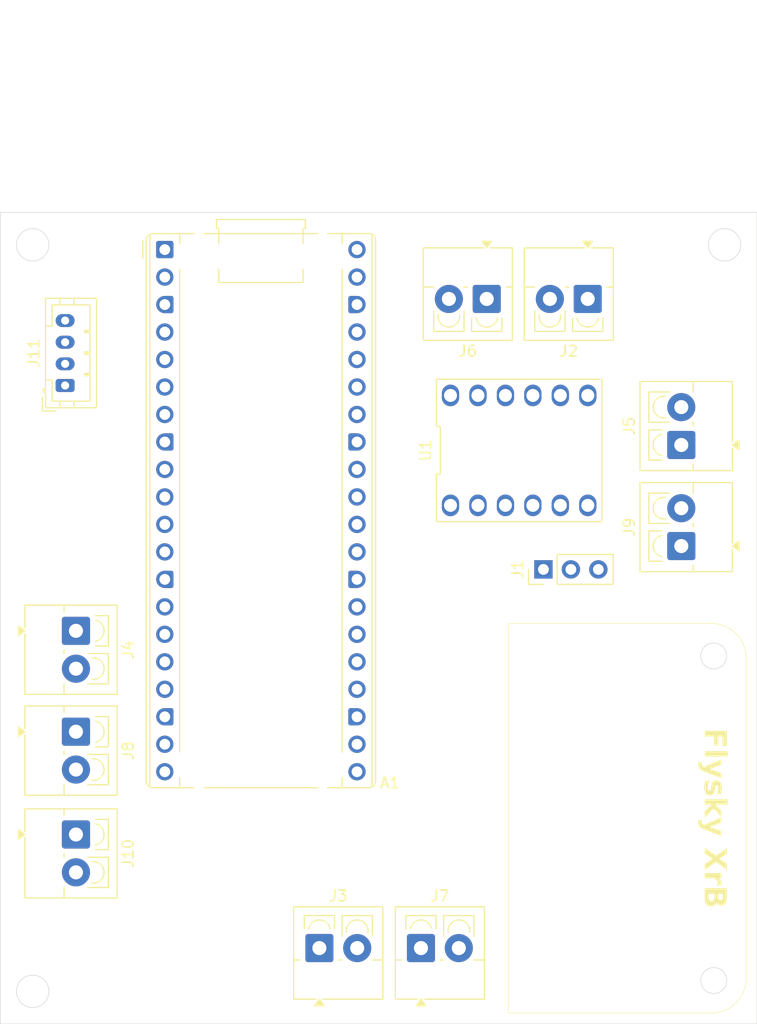
<source format=kicad_pcb>
(kicad_pcb (version 20241229) (generator "pcbnew") (generator_version "9.0")
  (layers (0 "F.Cu" signal) (2 "B.Cu" signal) (13 "F.Paste" user) (15 "B.Paste" user) (5 "F.SilkS" user "F.Silkscreen") (7 "B.SilkS" user "B.Silkscreen") (1 "F.Mask" user) (3 "B.Mask" user) (25 "Edge.Cuts" user))
  (net 0 "")
  (net 8 "SDA")
  (net 18 "SCL")
  (net 22 "GND")
  (net 23 "+5V")
  (net 24 "EPWM")
  (net 25 "NPWM")
  (net 26 "SPWM")
  (net 27 "WPWM")
  (net 28 "PPM")
  (net 29 "+3V3")
  (net 30 "NHALL5V")
  (net 31 "SHALL5V")
  (net 32 "EHALL5V")
  (net 33 "WHALL5V")
  (net 35 "NHALL3V3")
  (net 36 "SHALL3V3")
  (net 37 "EHALL3V3")
  (net 38 "WHALL3V3")
  (footprint "TerminalBlock_4Ucon:TerminalBlock_4Ucon_1x02_P3.50mm_Vertical" (layer "F.Cu") (at 145 98 180)
    (property "Reference" "J6" (at 1.75 -4.82 0) (layer "F.SilkS"))
    (property "Value" "North HALL")
    (fp_line (start 5.87 -3.82) (end 5.87 4.72) (stroke (width 0.12)) (layer "F.SilkS"))
    (fp_line (start 4.9 -3) (end 4.9 -1.099) (stroke (width 0.12)) (layer "F.SilkS"))
    (fp_line (start 4.899 1.1) (end 5.87 1.1) (stroke (width 0.12)) (layer "F.SilkS"))
    (fp_line (start 2.1 -3) (end 4.9 -3) (stroke (width 0.12)) (layer "F.SilkS"))
    (fp_line (start 2.1 -3) (end 2.1 -1.099) (stroke (width 0.12)) (layer "F.SilkS"))
    (fp_line (start 1.78 1.1) (end 2.101 1.1) (stroke (width 0.12)) (layer "F.SilkS"))
    (fp_line (start 1.4 -3) (end 1.4 -1.78) (stroke (width 0.12)) (layer "F.SilkS"))
    (fp_line (start 0.3 4.72) (end 5.87 4.72) (stroke (width 0.12)) (layer "F.SilkS"))
    (fp_line (start -1.4 -3) (end 1.4 -3) (stroke (width 0.12)) (layer "F.SilkS"))
    (fp_line (start -1.4 -3) (end -1.4 -1.78) (stroke (width 0.12)) (layer "F.SilkS"))
    (fp_line (start -2.37 4.72) (end -0.3 4.72) (stroke (width 0.12)) (layer "F.SilkS"))
    (fp_line (start -2.37 1.1) (end -1.78 1.1) (stroke (width 0.12)) (layer "F.SilkS"))
    (fp_line (start -2.37 -3.82) (end 5.87 -3.82) (stroke (width 0.12)) (layer "F.SilkS"))
    (fp_line (start -2.37 -3.82) (end -2.37 4.72) (stroke (width 0.12)) (layer "F.SilkS"))
    (fp_arc (start 2.508 -1.478) (mid 3.5 -2.6) (end 4.492 -1.478) (stroke (width 0.12)) (layer "F.SilkS"))
    (fp_arc (start -0.984 -1.78) (mid 0 -2.6) (end 0.984 -1.78) (stroke (width 0.12)) (layer "F.SilkS"))
    (fp_poly (pts (xy 0 4.72) (xy 0.44 5.33) (xy -0.44 5.33)) (stroke (width 0.12)) (fill yes) (layer "F.SilkS"))
    (pad "1" thru_hole roundrect (at 0 0 180) (size 2.6 2.6) (drill 1.3) (layers "*.Cu" "*.Mask") (roundrect_rratio 0.096154) (net 30 "NHALL5V"))
    (pad "2" thru_hole circle (at 3.5 0 180) (size 2.6 2.6) (drill 1.3) (layers "*.Cu" "*.Mask") (net 22 "GND"))
  )
  (footprint "TerminalBlock_4Ucon:TerminalBlock_4Ucon_1x02_P3.50mm_Vertical" (layer "F.Cu") (at 107 138 -90)
    (property "Reference" "J8" (at 1.75 -4.82 90) (layer "F.SilkS"))
    (property "Value" "East Hall")
    (fp_line (start -2.37 4.72) (end -0.3 4.72) (stroke (width 0.12)) (layer "F.SilkS"))
    (fp_line (start 0.3 4.72) (end 5.87 4.72) (stroke (width 0.12)) (layer "F.SilkS"))
    (fp_line (start -2.37 1.1) (end -1.78 1.1) (stroke (width 0.12)) (layer "F.SilkS"))
    (fp_line (start 1.78 1.1) (end 2.101 1.1) (stroke (width 0.12)) (layer "F.SilkS"))
    (fp_line (start 4.899 1.1) (end 5.87 1.1) (stroke (width 0.12)) (layer "F.SilkS"))
    (fp_line (start -1.4 -3) (end -1.4 -1.78) (stroke (width 0.12)) (layer "F.SilkS"))
    (fp_line (start -1.4 -3) (end 1.4 -3) (stroke (width 0.12)) (layer "F.SilkS"))
    (fp_line (start 1.4 -3) (end 1.4 -1.78) (stroke (width 0.12)) (layer "F.SilkS"))
    (fp_line (start 2.1 -3) (end 2.1 -1.099) (stroke (width 0.12)) (layer "F.SilkS"))
    (fp_line (start 2.1 -3) (end 4.9 -3) (stroke (width 0.12)) (layer "F.SilkS"))
    (fp_line (start 4.9 -3) (end 4.9 -1.099) (stroke (width 0.12)) (layer "F.SilkS"))
    (fp_line (start -2.37 -3.82) (end -2.37 4.72) (stroke (width 0.12)) (layer "F.SilkS"))
    (fp_line (start -2.37 -3.82) (end 5.87 -3.82) (stroke (width 0.12)) (layer "F.SilkS"))
    (fp_line (start 5.87 -3.82) (end 5.87 4.72) (stroke (width 0.12)) (layer "F.SilkS"))
    (fp_arc (start 2.508 -1.478) (mid 3.5 -2.6) (end 4.492 -1.478) (stroke (width 0.12)) (layer "F.SilkS"))
    (fp_arc (start -0.984 -1.78) (mid 0 -2.6) (end 0.984 -1.78) (stroke (width 0.12)) (layer "F.SilkS"))
    (fp_poly (pts (xy 0 4.72) (xy 0.44 5.33) (xy -0.44 5.33)) (stroke (width 0.12)) (fill yes) (layer "F.SilkS"))
    (pad "1" thru_hole roundrect (at 0 0 270) (size 2.6 2.6) (drill 1.3) (layers "*.Cu" "*.Mask") (roundrect_rratio 0.096154) (net 32 "EHALL5V"))
    (pad "2" thru_hole circle (at 3.5 0 270) (size 2.6 2.6) (drill 1.3) (layers "*.Cu" "*.Mask") (net 22 "GND"))
  )
  (footprint "TerminalBlock_4Ucon:TerminalBlock_4Ucon_1x02_P3.50mm_Vertical" (layer "F.Cu") (at 129.52 158)
    (property "Reference" "J3" (at 1.75 -4.82 0) (layer "F.SilkS"))
    (property "Value" "South PWM")
    (fp_line (start -2.37 -3.82) (end -2.37 4.72) (stroke (width 0.12)) (layer "F.SilkS"))
    (fp_line (start -2.37 -3.82) (end 5.87 -3.82) (stroke (width 0.12)) (layer "F.SilkS"))
    (fp_line (start -2.37 1.1) (end -1.78 1.1) (stroke (width 0.12)) (layer "F.SilkS"))
    (fp_line (start -2.37 4.72) (end -0.3 4.72) (stroke (width 0.12)) (layer "F.SilkS"))
    (fp_line (start -1.4 -3) (end -1.4 -1.78) (stroke (width 0.12)) (layer "F.SilkS"))
    (fp_line (start -1.4 -3) (end 1.4 -3) (stroke (width 0.12)) (layer "F.SilkS"))
    (fp_line (start 0.3 4.72) (end 5.87 4.72) (stroke (width 0.12)) (layer "F.SilkS"))
    (fp_line (start 1.4 -3) (end 1.4 -1.78) (stroke (width 0.12)) (layer "F.SilkS"))
    (fp_line (start 1.78 1.1) (end 2.101 1.1) (stroke (width 0.12)) (layer "F.SilkS"))
    (fp_line (start 2.1 -3) (end 2.1 -1.099) (stroke (width 0.12)) (layer "F.SilkS"))
    (fp_line (start 2.1 -3) (end 4.9 -3) (stroke (width 0.12)) (layer "F.SilkS"))
    (fp_line (start 4.899 1.1) (end 5.87 1.1) (stroke (width 0.12)) (layer "F.SilkS"))
    (fp_line (start 4.9 -3) (end 4.9 -1.099) (stroke (width 0.12)) (layer "F.SilkS"))
    (fp_line (start 5.87 -3.82) (end 5.87 4.72) (stroke (width 0.12)) (layer "F.SilkS"))
    (fp_arc (start -0.984 -1.78) (mid 0 -2.6) (end 0.984 -1.78) (stroke (width 0.12)) (layer "F.SilkS"))
    (fp_arc (start 2.508 -1.478) (mid 3.5 -2.6) (end 4.492 -1.478) (stroke (width 0.12)) (layer "F.SilkS"))
    (fp_poly (pts (xy 0 4.72) (xy 0.44 5.33) (xy -0.44 5.33)) (stroke (width 0.12)) (fill yes) (layer "F.SilkS"))
    (pad "1" thru_hole roundrect (at 0 0) (size 2.6 2.6) (drill 1.3) (layers "*.Cu" "*.Mask") (roundrect_rratio 0.096154) (net 26 "SPWM"))
    (pad "2" thru_hole circle (at 3.5 0) (size 2.6 2.6) (drill 1.3) (layers "*.Cu" "*.Mask") (net 22 "GND"))
  )
  (footprint "Connector_JST:JST_PH_B4B-PH-K_1x04_P2.00mm_Vertical" (layer "F.Cu") (at 106 106 90)
    (property "Reference" "J11" (at 3 -2.9 90) (layer "F.SilkS"))
    (property "Value" "Conn_01x04")
    (fp_line (start -1.11 -2.11) (end -2.36 -2.11) (stroke (width 0.12)) (layer "F.SilkS"))
    (fp_line (start -2.36 -2.11) (end -2.36 -0.86) (stroke (width 0.12)) (layer "F.SilkS"))
    (fp_line (start -0.3 -2.01) (end -0.6 -2.01) (stroke (width 0.12)) (layer "F.SilkS"))
    (fp_line (start -0.6 -2.01) (end -0.6 -1.81) (stroke (width 0.12)) (layer "F.SilkS"))
    (fp_line (start -0.3 -1.91) (end -0.6 -1.91) (stroke (width 0.12)) (layer "F.SilkS"))
    (fp_line (start 8.06 -1.81) (end -2.06 -1.81) (stroke (width 0.12)) (layer "F.SilkS"))
    (fp_line (start 0.5 -1.81) (end 0.5 -1.2) (stroke (width 0.12)) (layer "F.SilkS"))
    (fp_line (start -0.3 -1.81) (end -0.3 -2.01) (stroke (width 0.12)) (layer "F.SilkS"))
    (fp_line (start -2.06 -1.81) (end -2.06 2.91) (stroke (width 0.12)) (layer "F.SilkS"))
    (fp_line (start 7.45 -1.2) (end 5.5 -1.2) (stroke (width 0.12)) (layer "F.SilkS"))
    (fp_line (start 5.5 -1.2) (end 5.5 -1.81) (stroke (width 0.12)) (layer "F.SilkS"))
    (fp_line (start 0.5 -1.2) (end -1.45 -1.2) (stroke (width 0.12)) (layer "F.SilkS"))
    (fp_line (start -1.45 -1.2) (end -1.45 2.3) (stroke (width 0.12)) (layer "F.SilkS"))
    (fp_line (start 8.06 -0.5) (end 7.45 -0.5) (stroke (width 0.12)) (layer "F.SilkS"))
    (fp_line (start -2.06 -0.5) (end -1.45 -0.5) (stroke (width 0.12)) (layer "F.SilkS"))
    (fp_line (start 8.06 0.8) (end 7.45 0.8) (stroke (width 0.12)) (layer "F.SilkS"))
    (fp_line (start -2.06 0.8) (end -1.45 0.8) (stroke (width 0.12)) (layer "F.SilkS"))
    (fp_line (start 5.1 1.8) (end 5.1 2.3) (stroke (width 0.12)) (layer "F.SilkS"))
    (fp_line (start 4.9 1.8) (end 5.1 1.8) (stroke (width 0.12)) (layer "F.SilkS"))
    (fp_line (start 3.1 1.8) (end 3.1 2.3) (stroke (width 0.12)) (layer "F.SilkS"))
    (fp_line (start 2.9 1.8) (end 3.1 1.8) (stroke (width 0.12)) (layer "F.SilkS"))
    (fp_line (start 1.1 1.8) (end 1.1 2.3) (stroke (width 0.12)) (layer "F.SilkS"))
    (fp_line (start 0.9 1.8) (end 1.1 1.8) (stroke (width 0.12)) (layer "F.SilkS"))
    (fp_line (start 7.45 2.3) (end 7.45 -1.2) (stroke (width 0.12)) (layer "F.SilkS"))
    (fp_line (start 5 2.3) (end 5 1.8) (stroke (width 0.12)) (layer "F.SilkS"))
    (fp_line (start 4.9 2.3) (end 4.9 1.8) (stroke (width 0.12)) (layer "F.SilkS"))
    (fp_line (start 3 2.3) (end 3 1.8) (stroke (width 0.12)) (layer "F.SilkS"))
    (fp_line (start 2.9 2.3) (end 2.9 1.8) (stroke (width 0.12)) (layer "F.SilkS"))
    (fp_line (start 1 2.3) (end 1 1.8) (stroke (width 0.12)) (layer "F.SilkS"))
    (fp_line (start 0.9 2.3) (end 0.9 1.8) (stroke (width 0.12)) (layer "F.SilkS"))
    (fp_line (start -1.45 2.3) (end 7.45 2.3) (stroke (width 0.12)) (layer "F.SilkS"))
    (fp_line (start 8.06 2.91) (end 8.06 -1.81) (stroke (width 0.12)) (layer "F.SilkS"))
    (fp_line (start -2.06 2.91) (end 8.06 2.91) (stroke (width 0.12)) (layer "F.SilkS"))
    (pad "1" thru_hole roundrect (at 0 0 90) (size 1.2 1.75) (drill 0.75) (layers "*.Cu" "*.Mask") (roundrect_rratio 0.208333) (net 18 "SCL"))
    (pad "2" thru_hole oval (at 2 0 90) (size 1.2 1.75) (drill 0.75) (layers "*.Cu" "*.Mask") (net 8 "SDA"))
    (pad "3" thru_hole oval (at 4 0 90) (size 1.2 1.75) (drill 0.75) (layers "*.Cu" "*.Mask") (net 29 "+3V3"))
    (pad "4" thru_hole oval (at 6 0 90) (size 1.2 1.75) (drill 0.75) (layers "*.Cu" "*.Mask") (net 22 "GND"))
  )
  (footprint "Custom_Footprint_Library:Logic Shifter" (layer "F.Cu") (at 148 112)
    (property "Reference" "U1" (at -8.65 0 90) (layer "F.SilkS"))
    (property "Value" "~")
    (fp_line (start -7.65 -6.58) (end -7.65 -2.193333) (stroke (width 0.12)) (layer "F.SilkS"))
    (fp_line (start -7.65 -2.193333) (end -7.29 -2.193333) (stroke (width 0.12)) (layer "F.SilkS"))
    (fp_line (start -7.65 2.193333) (end -7.65 6.579999) (stroke (width 0.12)) (layer "F.SilkS"))
    (fp_line (start -7.65 6.579999) (end 7.65 6.58) (stroke (width 0.12)) (layer "F.SilkS"))
    (fp_line (start -7.29 -2.193333) (end -7.29 2.193333) (stroke (width 0.12)) (layer "F.SilkS"))
    (fp_line (start -7.29 2.193333) (end -7.65 2.193333) (stroke (width 0.12)) (layer "F.SilkS"))
    (fp_line (start 7.65 -6.579999) (end -7.65 -6.58) (stroke (width 0.12)) (layer "F.SilkS"))
    (fp_line (start 7.65 6.58) (end 7.65 -6.579999) (stroke (width 0.12)) (layer "F.SilkS"))
    (pad "1" thru_hole oval (at -6.35 5.08) (size 1.6 2) (drill 1.2) (layers "*.Cu" "*.Mask") (net 38 "WHALL3V3"))
    (pad "2" thru_hole oval (at -3.81 5.08) (size 1.6 2) (drill 1.2) (layers "*.Cu" "*.Mask") (net 37 "EHALL3V3"))
    (pad "3" thru_hole oval (at -1.27 5.08) (size 1.6 2) (drill 1.2) (layers "*.Cu" "*.Mask") (net 29 "+3V3"))
    (pad "4" thru_hole oval (at 1.27 5.08) (size 1.6 2) (drill 1.2) (layers "*.Cu" "*.Mask") (net 22 "GND"))
    (pad "5" thru_hole oval (at 3.81 5.08) (size 1.6 2) (drill 1.2) (layers "*.Cu" "*.Mask") (net 36 "SHALL3V3"))
    (pad "6" thru_hole oval (at 6.35 5.08) (size 1.6 2) (drill 1.2) (layers "*.Cu" "*.Mask") (net 35 "NHALL3V3"))
    (pad "7" thru_hole oval (at 6.35 -5.08) (size 1.6 2) (drill 1.2) (layers "*.Cu" "*.Mask") (net 33 "WHALL5V"))
    (pad "8" thru_hole oval (at 3.81 -5.08) (size 1.6 2) (drill 1.2) (layers "*.Cu" "*.Mask") (net 32 "EHALL5V"))
    (pad "9" thru_hole oval (at 1.27 -5.08) (size 1.6 2) (drill 1.2) (layers "*.Cu" "*.Mask") (net 23 "+5V"))
    (pad "10" thru_hole oval (at -1.27 -5.08) (size 1.6 2) (drill 1.2) (layers "*.Cu" "*.Mask") (net 22 "GND"))
    (pad "11" thru_hole oval (at -3.81 -5.08) (size 1.6 2) (drill 1.2) (layers "*.Cu" "*.Mask") (net 31 "SHALL5V"))
    (pad "12" thru_hole oval (at -6.35 -5.08) (size 1.6 2) (drill 1.2) (layers "*.Cu" "*.Mask") (net 30 "NHALL5V"))
  )
  (footprint "Custom_Footprint_Library:x6b" (layer "F.Cu") (at 166 131 -90)
    (property "Reference" "Flysky XrB" (at 15 0 270) (layer "F.SilkS") (effects (font (size 2 2) (thickness 0.25))))
    (property "Value" "x6b")
    (fp_line (start 33 19) (end -3 19) (stroke (width 0.05)) (layer "F.SilkS"))
    (fp_line (start -3 0.2) (end -3 19) (stroke (width 0.05)) (layer "F.SilkS"))
    (fp_line (start 33 0.2) (end 33 19) (stroke (width 0.05)) (layer "F.SilkS"))
    (fp_line (start 0.2 -3) (end 29.8 -3) (stroke (width 0.05)) (layer "F.SilkS"))
    (fp_arc (start -3 0.2) (mid -2.062742 -2.062742) (end 0.2 -3) (stroke (width 0.05)) (layer "F.SilkS"))
    (fp_arc (start 29.8 -3) (mid 32.062742 -2.062742) (end 33 0.2) (stroke (width 0.05)) (layer "F.SilkS"))
    (fp_circle (center 0 0) (end 1.2 0) (stroke (width 0.05)) (fill no) (layer "Edge.Cuts"))
    (fp_circle (center 30 0) (end 31.2 0) (stroke (width 0.05)) (fill no) (layer "Edge.Cuts"))
  )
  (footprint "TerminalBlock_4Ucon:TerminalBlock_4Ucon_1x02_P3.50mm_Vertical" (layer "F.Cu") (at 138.918 158)
    (property "Reference" "J7" (at 1.75 -4.82 0) (layer "F.SilkS"))
    (property "Value" "South Hall")
    (fp_line (start -2.37 -3.82) (end -2.37 4.72) (stroke (width 0.12)) (layer "F.SilkS"))
    (fp_line (start -2.37 -3.82) (end 5.87 -3.82) (stroke (width 0.12)) (layer "F.SilkS"))
    (fp_line (start -2.37 1.1) (end -1.78 1.1) (stroke (width 0.12)) (layer "F.SilkS"))
    (fp_line (start -2.37 4.72) (end -0.3 4.72) (stroke (width 0.12)) (layer "F.SilkS"))
    (fp_line (start -1.4 -3) (end -1.4 -1.78) (stroke (width 0.12)) (layer "F.SilkS"))
    (fp_line (start -1.4 -3) (end 1.4 -3) (stroke (width 0.12)) (layer "F.SilkS"))
    (fp_line (start 0.3 4.72) (end 5.87 4.72) (stroke (width 0.12)) (layer "F.SilkS"))
    (fp_line (start 1.4 -3) (end 1.4 -1.78) (stroke (width 0.12)) (layer "F.SilkS"))
    (fp_line (start 1.78 1.1) (end 2.101 1.1) (stroke (width 0.12)) (layer "F.SilkS"))
    (fp_line (start 2.1 -3) (end 2.1 -1.099) (stroke (width 0.12)) (layer "F.SilkS"))
    (fp_line (start 2.1 -3) (end 4.9 -3) (stroke (width 0.12)) (layer "F.SilkS"))
    (fp_line (start 4.899 1.1) (end 5.87 1.1) (stroke (width 0.12)) (layer "F.SilkS"))
    (fp_line (start 4.9 -3) (end 4.9 -1.099) (stroke (width 0.12)) (layer "F.SilkS"))
    (fp_line (start 5.87 -3.82) (end 5.87 4.72) (stroke (width 0.12)) (layer "F.SilkS"))
    (fp_arc (start -0.984 -1.78) (mid 0 -2.6) (end 0.984 -1.78) (stroke (width 0.12)) (layer "F.SilkS"))
    (fp_arc (start 2.508 -1.478) (mid 3.5 -2.6) (end 4.492 -1.478) (stroke (width 0.12)) (layer "F.SilkS"))
    (fp_poly (pts (xy 0 4.72) (xy 0.44 5.33) (xy -0.44 5.33)) (stroke (width 0.12)) (fill yes) (layer "F.SilkS"))
    (pad "1" thru_hole roundrect (at 0 0) (size 2.6 2.6) (drill 1.3) (layers "*.Cu" "*.Mask") (roundrect_rratio 0.096154) (net 31 "SHALL5V"))
    (pad "2" thru_hole circle (at 3.5 0) (size 2.6 2.6) (drill 1.3) (layers "*.Cu" "*.Mask") (net 22 "GND"))
  )
  (footprint "TerminalBlock_4Ucon:TerminalBlock_4Ucon_1x02_P3.50mm_Vertical" (layer "F.Cu") (at 163 111.5 90)
    (property "Reference" "J5" (at 1.75 -4.82 90) (layer "F.SilkS"))
    (property "Value" "West PWM")
    (fp_line (start 5.87 -3.82) (end 5.87 4.72) (stroke (width 0.12)) (layer "F.SilkS"))
    (fp_line (start -2.37 -3.82) (end 5.87 -3.82) (stroke (width 0.12)) (layer "F.SilkS"))
    (fp_line (start -2.37 -3.82) (end -2.37 4.72) (stroke (width 0.12)) (layer "F.SilkS"))
    (fp_line (start 4.9 -3) (end 4.9 -1.099) (stroke (width 0.12)) (layer "F.SilkS"))
    (fp_line (start 2.1 -3) (end 4.9 -3) (stroke (width 0.12)) (layer "F.SilkS"))
    (fp_line (start 2.1 -3) (end 2.1 -1.099) (stroke (width 0.12)) (layer "F.SilkS"))
    (fp_line (start 1.4 -3) (end 1.4 -1.78) (stroke (width 0.12)) (layer "F.SilkS"))
    (fp_line (start -1.4 -3) (end 1.4 -3) (stroke (width 0.12)) (layer "F.SilkS"))
    (fp_line (start -1.4 -3) (end -1.4 -1.78) (stroke (width 0.12)) (layer "F.SilkS"))
    (fp_line (start 4.899 1.1) (end 5.87 1.1) (stroke (width 0.12)) (layer "F.SilkS"))
    (fp_line (start 1.78 1.1) (end 2.101 1.1) (stroke (width 0.12)) (layer "F.SilkS"))
    (fp_line (start -2.37 1.1) (end -1.78 1.1) (stroke (width 0.12)) (layer "F.SilkS"))
    (fp_line (start 0.3 4.72) (end 5.87 4.72) (stroke (width 0.12)) (layer "F.SilkS"))
    (fp_line (start -2.37 4.72) (end -0.3 4.72) (stroke (width 0.12)) (layer "F.SilkS"))
    (fp_arc (start -0.984 -1.78) (mid 0 -2.6) (end 0.984 -1.78) (stroke (width 0.12)) (layer "F.SilkS"))
    (fp_arc (start 2.508 -1.478) (mid 3.5 -2.6) (end 4.492 -1.478) (stroke (width 0.12)) (layer "F.SilkS"))
    (fp_poly (pts (xy 0 4.72) (xy 0.44 5.33) (xy -0.44 5.33)) (stroke (width 0.12)) (fill yes) (layer "F.SilkS"))
    (pad "1" thru_hole roundrect (at 0 0 90) (size 2.6 2.6) (drill 1.3) (layers "*.Cu" "*.Mask") (roundrect_rratio 0.096154) (net 27 "WPWM"))
    (pad "2" thru_hole circle (at 3.5 0 90) (size 2.6 2.6) (drill 1.3) (layers "*.Cu" "*.Mask") (net 22 "GND"))
  )
  (footprint "TerminalBlock_4Ucon:TerminalBlock_4Ucon_1x02_P3.50mm_Vertical" (layer "F.Cu") (at 163 120.842 90)
    (property "Reference" "J9" (at 1.75 -4.82 90) (layer "F.SilkS"))
    (property "Value" "West Hall")
    (fp_line (start 5.87 -3.82) (end 5.87 4.72) (stroke (width 0.12)) (layer "F.SilkS"))
    (fp_line (start -2.37 -3.82) (end 5.87 -3.82) (stroke (width 0.12)) (layer "F.SilkS"))
    (fp_line (start -2.37 -3.82) (end -2.37 4.72) (stroke (width 0.12)) (layer "F.SilkS"))
    (fp_line (start 4.9 -3) (end 4.9 -1.099) (stroke (width 0.12)) (layer "F.SilkS"))
    (fp_line (start 2.1 -3) (end 4.9 -3) (stroke (width 0.12)) (layer "F.SilkS"))
    (fp_line (start 2.1 -3) (end 2.1 -1.099) (stroke (width 0.12)) (layer "F.SilkS"))
    (fp_line (start 1.4 -3) (end 1.4 -1.78) (stroke (width 0.12)) (layer "F.SilkS"))
    (fp_line (start -1.4 -3) (end 1.4 -3) (stroke (width 0.12)) (layer "F.SilkS"))
    (fp_line (start -1.4 -3) (end -1.4 -1.78) (stroke (width 0.12)) (layer "F.SilkS"))
    (fp_line (start 4.899 1.1) (end 5.87 1.1) (stroke (width 0.12)) (layer "F.SilkS"))
    (fp_line (start 1.78 1.1) (end 2.101 1.1) (stroke (width 0.12)) (layer "F.SilkS"))
    (fp_line (start -2.37 1.1) (end -1.78 1.1) (stroke (width 0.12)) (layer "F.SilkS"))
    (fp_line (start 0.3 4.72) (end 5.87 4.72) (stroke (width 0.12)) (layer "F.SilkS"))
    (fp_line (start -2.37 4.72) (end -0.3 4.72) (stroke (width 0.12)) (layer "F.SilkS"))
    (fp_arc (start -0.984 -1.78) (mid 0 -2.6) (end 0.984 -1.78) (stroke (width 0.12)) (layer "F.SilkS"))
    (fp_arc (start 2.508 -1.478) (mid 3.5 -2.6) (end 4.492 -1.478) (stroke (width 0.12)) (layer "F.SilkS"))
    (fp_poly (pts (xy 0 4.72) (xy 0.44 5.33) (xy -0.44 5.33)) (stroke (width 0.12)) (fill yes) (layer "F.SilkS"))
    (pad "1" thru_hole roundrect (at 0 0 90) (size 2.6 2.6) (drill 1.3) (layers "*.Cu" "*.Mask") (roundrect_rratio 0.096154) (net 33 "WHALL5V"))
    (pad "2" thru_hole circle (at 3.5 0 90) (size 2.6 2.6) (drill 1.3) (layers "*.Cu" "*.Mask") (net 22 "GND"))
  )
  (footprint "TerminalBlock_4Ucon:TerminalBlock_4Ucon_1x02_P3.50mm_Vertical" (layer "F.Cu") (at 107 128.6765 -90)
    (property "Reference" "J4" (at 1.75 -4.82 90) (layer "F.SilkS"))
    (property "Value" "East PWM")
    (fp_line (start -2.37 4.72) (end -0.3 4.72) (stroke (width 0.12)) (layer "F.SilkS"))
    (fp_line (start 0.3 4.72) (end 5.87 4.72) (stroke (width 0.12)) (layer "F.SilkS"))
    (fp_line (start -2.37 1.1) (end -1.78 1.1) (stroke (width 0.12)) (layer "F.SilkS"))
    (fp_line (start 1.78 1.1) (end 2.101 1.1) (stroke (width 0.12)) (layer "F.SilkS"))
    (fp_line (start 4.899 1.1) (end 5.87 1.1) (stroke (width 0.12)) (layer "F.SilkS"))
    (fp_line (start -1.4 -3) (end -1.4 -1.78) (stroke (width 0.12)) (layer "F.SilkS"))
    (fp_line (start -1.4 -3) (end 1.4 -3) (stroke (width 0.12)) (layer "F.SilkS"))
    (fp_line (start 1.4 -3) (end 1.4 -1.78) (stroke (width 0.12)) (layer "F.SilkS"))
    (fp_line (start 2.1 -3) (end 2.1 -1.099) (stroke (width 0.12)) (layer "F.SilkS"))
    (fp_line (start 2.1 -3) (end 4.9 -3) (stroke (width 0.12)) (layer "F.SilkS"))
    (fp_line (start 4.9 -3) (end 4.9 -1.099) (stroke (width 0.12)) (layer "F.SilkS"))
    (fp_line (start -2.37 -3.82) (end -2.37 4.72) (stroke (width 0.12)) (layer "F.SilkS"))
    (fp_line (start -2.37 -3.82) (end 5.87 -3.82) (stroke (width 0.12)) (layer "F.SilkS"))
    (fp_line (start 5.87 -3.82) (end 5.87 4.72) (stroke (width 0.12)) (layer "F.SilkS"))
    (fp_arc (start 2.508 -1.478) (mid 3.5 -2.6) (end 4.492 -1.478) (stroke (width 0.12)) (layer "F.SilkS"))
    (fp_arc (start -0.984 -1.78) (mid 0 -2.6) (end 0.984 -1.78) (stroke (width 0.12)) (layer "F.SilkS"))
    (fp_poly (pts (xy 0 4.72) (xy 0.44 5.33) (xy -0.44 5.33)) (stroke (width 0.12)) (fill yes) (layer "F.SilkS"))
    (pad "1" thru_hole roundrect (at 0 0 270) (size 2.6 2.6) (drill 1.3) (layers "*.Cu" "*.Mask") (roundrect_rratio 0.096154) (net 24 "EPWM"))
    (pad "2" thru_hole circle (at 3.5 0 270) (size 2.6 2.6) (drill 1.3) (layers "*.Cu" "*.Mask") (net 22 "GND"))
  )
  (footprint "Module:RaspberryPi_Pico_Common_THT" (layer "F.Cu") (at 115.22 93.44)
    (property "Reference" "A1" (at 19.812 49.276 0) (layer "F.SilkS") (effects (justify left)))
    (property "Value" "RaspberryPi_Pico")
    (fp_line (start -2.04 0.8) (end -2.04 -0.8) (stroke (width 0.12)) (layer "F.SilkS"))
    (fp_line (start -1.72 -0.87) (end -1.72 49.13) (stroke (width 0.12)) (layer "F.SilkS"))
    (fp_line (start -1.38 -1.417) (end -1.38 49.677) (stroke (width 0.12)) (layer "F.SilkS"))
    (fp_line (start -1.11 -1.48) (end 1.38 -1.48) (stroke (width 0.12)) (layer "F.SilkS"))
    (fp_line (start -1.11 49.74) (end 2.727939 49.74) (stroke (width 0.12)) (layer "F.SilkS"))
    (fp_line (start 1.38 -1.48) (end 1.38 -0.56648) (stroke (width 0.12)) (layer "F.SilkS"))
    (fp_line (start 1.38 -1.48) (end 2.72794 -1.48) (stroke (width 0.12)) (layer "F.SilkS"))
    (fp_line (start 1.38 1.82648) (end 1.38 46.43352) (stroke (width 0.12)) (layer "F.SilkS"))
    (fp_line (start 1.38 48.82648) (end 1.38 49.74) (stroke (width 0.12)) (layer "F.SilkS"))
    (fp_line (start 3.652061 -1.48) (end 4.655 -1.48) (stroke (width 0.12)) (layer "F.SilkS"))
    (fp_line (start 4.655 -1.48) (end 13.125 -1.48) (stroke (width 0.12)) (layer "F.SilkS"))
    (fp_line (start 4.78 -2.78) (end 4.78 -1.96) (stroke (width 0.12)) (layer "F.SilkS"))
    (fp_line (start 4.78 -2.78) (end 13 -2.78) (stroke (width 0.12)) (layer "F.SilkS"))
    (fp_line (start 4.78 -1.96) (end 4.99 -1.96) (stroke (width 0.12)) (layer "F.SilkS"))
    (fp_line (start 4.99 -1.96) (end 4.99 -0.564) (stroke (width 0.12)) (layer "F.SilkS"))
    (fp_line (start 4.99 1.824) (end 4.99 3.04) (stroke (width 0.12)) (layer "F.SilkS"))
    (fp_line (start 5.29 49.74) (end 3.652061 49.74) (stroke (width 0.12)) (layer "F.SilkS"))
    (fp_line (start 12.49 49.74) (end 5.29 49.74) (stroke (width 0.12)) (layer "F.SilkS"))
    (fp_line (start 12.79 -1.96) (end 12.79 -0.564) (stroke (width 0.12)) (layer "F.SilkS"))
    (fp_line (start 12.79 1.824) (end 12.79 3.04) (stroke (width 0.12)) (layer "F.SilkS"))
    (fp_line (start 12.79 3.04) (end 4.99 3.04) (stroke (width 0.12)) (layer "F.SilkS"))
    (fp_line (start 13 -2.78) (end 13 -1.96) (stroke (width 0.12)) (layer "F.SilkS"))
    (fp_line (start 13 -1.96) (end 12.79 -1.96) (stroke (width 0.12)) (layer "F.SilkS"))
    (fp_line (start 13.125 -1.48) (end 14.127939 -1.48) (stroke (width 0.12)) (layer "F.SilkS"))
    (fp_line (start 14.127939 49.74) (end 12.49 49.74) (stroke (width 0.12)) (layer "F.SilkS"))
    (fp_line (start 15.052061 -1.48) (end 16.4 -1.48) (stroke (width 0.12)) (layer "F.SilkS"))
    (fp_line (start 15.052061 49.74) (end 18.89 49.74) (stroke (width 0.12)) (layer "F.SilkS"))
    (fp_line (start 16.4 -1.48) (end 16.4 -0.56648) (stroke (width 0.12)) (layer "F.SilkS"))
    (fp_line (start 16.4 1.82648) (end 16.4 46.43352) (stroke (width 0.12)) (layer "F.SilkS"))
    (fp_line (start 16.4 48.82648) (end 16.4 49.74) (stroke (width 0.12)) (layer "F.SilkS"))
    (fp_line (start 18.89 -1.48) (end 16.4 -1.48) (stroke (width 0.12)) (layer "F.SilkS"))
    (fp_line (start 19.16 49.677) (end 19.16 -1.417) (stroke (width 0.12)) (layer "F.SilkS"))
    (fp_line (start 19.5 -0.87) (end 19.5 49.13) (stroke (width 0.12)) (layer "F.SilkS"))
    (fp_arc (start -1.72 -0.87) (mid -1.541335 -1.301335) (end -1.11 -1.48) (stroke (width 0.12)) (layer "F.SilkS"))
    (fp_arc (start -1.11 49.74) (mid -1.541364 49.561364) (end -1.72 49.13) (stroke (width 0.12)) (layer "F.SilkS"))
    (fp_arc (start 18.89 -1.48) (mid 19.321335 -1.301335) (end 19.5 -0.87) (stroke (width 0.12)) (layer "F.SilkS"))
    (fp_arc (start 19.5 49.13) (mid 19.321335 49.561335) (end 18.89 49.74) (stroke (width 0.12)) (layer "F.SilkS"))
    (pad "1" thru_hole roundrect (at 0 0) (size 1.6 1.6) (drill 1) (layers "*.Cu" "*.Mask") (roundrect_rratio 0.125))
    (pad "2" thru_hole circle (at 0 2.54) (size 1.6 1.6) (drill 1) (layers "*.Cu" "*.Mask"))
    (pad "3" thru_hole custom (at 0 5.08) (size 1.6 1.6) (drill 1) (layers "*.Cu" "*.Mask") (net 22 "GND") (options (clearance outline) (anchor circle)) (primitives (gr_poly (pts (xy 0.8 0.6) (xy 0.8 -0.6) (xy 0.6 -0.8) (xy 0 -0.8) (xy 0 0.8) (xy 0.6 0.8)) (width 0) (fill yes)) (gr_circle (center 0.6 0.6) (end 0.8 0.6) (width 0) (fill yes)) (gr_circle (center 0.6 -0.6) (end 0.8 -0.6) (width 0) (fill yes))))
    (pad "4" thru_hole circle (at 0 7.62) (size 1.6 1.6) (drill 1) (layers "*.Cu" "*.Mask") (net 8 "SDA"))
    (pad "5" thru_hole circle (at 0 10.16) (size 1.6 1.6) (drill 1) (layers "*.Cu" "*.Mask") (net 18 "SCL"))
    (pad "6" thru_hole circle (at 0 12.7) (size 1.6 1.6) (drill 1) (layers "*.Cu" "*.Mask"))
    (pad "7" thru_hole circle (at 0 15.24) (size 1.6 1.6) (drill 1) (layers "*.Cu" "*.Mask"))
    (pad "8" thru_hole custom (at 0 17.78) (size 1.6 1.6) (drill 1) (layers "*.Cu" "*.Mask") (net 22 "GND") (options (clearance outline) (anchor circle)) (primitives (gr_poly (pts (xy 0.8 0.6) (xy 0.8 -0.6) (xy 0.6 -0.8) (xy 0 -0.8) (xy 0 0.8) (xy 0.6 0.8)) (width 0) (fill yes)) (gr_circle (center 0.6 0.6) (end 0.8 0.6) (width 0) (fill yes)) (gr_circle (center 0.6 -0.6) (end 0.8 -0.6) (width 0) (fill yes))))
    (pad "9" thru_hole circle (at 0 20.32) (size 1.6 1.6) (drill 1) (layers "*.Cu" "*.Mask") (net 35 "NHALL3V3"))
    (pad "10" thru_hole circle (at 0 22.86) (size 1.6 1.6) (drill 1) (layers "*.Cu" "*.Mask") (net 36 "SHALL3V3"))
    (pad "11" thru_hole circle (at 0 25.4) (size 1.6 1.6) (drill 1) (layers "*.Cu" "*.Mask") (net 37 "EHALL3V3"))
    (pad "12" thru_hole circle (at 0 27.94) (size 1.6 1.6) (drill 1) (layers "*.Cu" "*.Mask") (net 38 "WHALL3V3"))
    (pad "13" thru_hole custom (at 0 30.48) (size 1.6 1.6) (drill 1) (layers "*.Cu" "*.Mask") (net 22 "GND") (options (clearance outline) (anchor circle)) (primitives (gr_poly (pts (xy 0.8 0.6) (xy 0.8 -0.6) (xy 0.6 -0.8) (xy 0 -0.8) (xy 0 0.8) (xy 0.6 0.8)) (width 0) (fill yes)) (gr_circle (center 0.6 0.6) (end 0.8 0.6) (width 0) (fill yes)) (gr_circle (center 0.6 -0.6) (end 0.8 -0.6) (width 0) (fill yes))))
    (pad "14" thru_hole circle (at 0 33.02) (size 1.6 1.6) (drill 1) (layers "*.Cu" "*.Mask") (net 28 "PPM"))
    (pad "15" thru_hole circle (at 0 35.56) (size 1.6 1.6) (drill 1) (layers "*.Cu" "*.Mask"))
    (pad "16" thru_hole circle (at 0 38.1) (size 1.6 1.6) (drill 1) (layers "*.Cu" "*.Mask"))
    (pad "17" thru_hole circle (at 0 40.64) (size 1.6 1.6) (drill 1) (layers "*.Cu" "*.Mask"))
    (pad "18" thru_hole custom (at 0 43.18) (size 1.6 1.6) (drill 1) (layers "*.Cu" "*.Mask") (net 22 "GND") (options (clearance outline) (anchor circle)) (primitives (gr_poly (pts (xy 0.8 0.6) (xy 0.8 -0.6) (xy 0.6 -0.8) (xy 0 -0.8) (xy 0 0.8) (xy 0.6 0.8)) (width 0) (fill yes)) (gr_circle (center 0.6 0.6) (end 0.8 0.6) (width 0) (fill yes)) (gr_circle (center 0.6 -0.6) (end 0.8 -0.6) (width 0) (fill yes))))
    (pad "19" thru_hole circle (at 0 45.72) (size 1.6 1.6) (drill 1) (layers "*.Cu" "*.Mask"))
    (pad "20" thru_hole circle (at 0 48.26) (size 1.6 1.6) (drill 1) (layers "*.Cu" "*.Mask"))
    (pad "21" thru_hole circle (at 17.78 48.26) (size 1.6 1.6) (drill 1) (layers "*.Cu" "*.Mask") (net 24 "EPWM"))
    (pad "22" thru_hole circle (at 17.78 45.72) (size 1.6 1.6) (drill 1) (layers "*.Cu" "*.Mask"))
    (pad "23" thru_hole custom (at 17.78 43.18) (size 1.6 1.6) (drill 1) (layers "*.Cu" "*.Mask") (net 22 "GND") (options (clearance outline) (anchor circle)) (primitives (gr_poly (pts (xy -0.8 0.6) (xy -0.8 -0.6) (xy -0.6 -0.8) (xy 0 -0.8) (xy 0 0.8) (xy -0.6 0.8)) (width 0) (fill yes)) (gr_circle (center -0.6 0.6) (end -0.4 0.6) (width 0) (fill yes)) (gr_circle (center -0.6 -0.6) (end -0.4 -0.6) (width 0) (fill yes))))
    (pad "24" thru_hole circle (at 17.78 40.64) (size 1.6 1.6) (drill 1) (layers "*.Cu" "*.Mask") (net 26 "SPWM"))
    (pad "25" thru_hole circle (at 17.78 38.1) (size 1.6 1.6) (drill 1) (layers "*.Cu" "*.Mask"))
    (pad "26" thru_hole circle (at 17.78 35.56) (size 1.6 1.6) (drill 1) (layers "*.Cu" "*.Mask") (net 27 "WPWM"))
    (pad "27" thru_hole circle (at 17.78 33.02) (size 1.6 1.6) (drill 1) (layers "*.Cu" "*.Mask"))
    (pad "28" thru_hole custom (at 17.78 30.48) (size 1.6 1.6) (drill 1) (layers "*.Cu" "*.Mask") (net 22 "GND") (options (clearance outline) (anchor circle)) (primitives (gr_poly (pts (xy -0.8 0.6) (xy -0.8 -0.6) (xy -0.6 -0.8) (xy 0 -0.8) (xy 0 0.8) (xy -0.6 0.8)) (width 0) (fill yes)) (gr_circle (center -0.6 0.6) (end -0.4 0.6) (width 0) (fill yes)) (gr_circle (center -0.6 -0.6) (end -0.4 -0.6) (width 0) (fill yes))))
    (pad "29" thru_hole circle (at 17.78 27.94) (size 1.6 1.6) (drill 1) (layers "*.Cu" "*.Mask") (net 25 "NPWM"))
    (pad "30" thru_hole circle (at 17.78 25.4) (size 1.6 1.6) (drill 1) (layers "*.Cu" "*.Mask"))
    (pad "31" thru_hole circle (at 17.78 22.86) (size 1.6 1.6) (drill 1) (layers "*.Cu" "*.Mask"))
    (pad "32" thru_hole circle (at 17.78 20.32) (size 1.6 1.6) (drill 1) (layers "*.Cu" "*.Mask"))
    (pad "33" thru_hole custom (at 17.78 17.78) (size 1.6 1.6) (drill 1) (layers "*.Cu" "*.Mask") (options (clearance outline) (anchor circle)) (primitives (gr_poly (pts (xy -0.8 0.6) (xy -0.8 -0.6) (xy -0.6 -0.8) (xy 0 -0.8) (xy 0 0.8) (xy -0.6 0.8)) (width 0) (fill yes)) (gr_circle (center -0.6 0.6) (end -0.4 0.6) (width 0) (fill yes)) (gr_circle (center -0.6 -0.6) (end -0.4 -0.6) (width 0) (fill yes))))
    (pad "34" thru_hole circle (at 17.78 15.24) (size 1.6 1.6) (drill 1) (layers "*.Cu" "*.Mask"))
    (pad "35" thru_hole circle (at 17.78 12.7) (size 1.6 1.6) (drill 1) (layers "*.Cu" "*.Mask"))
    (pad "36" thru_hole circle (at 17.78 10.16) (size 1.6 1.6) (drill 1) (layers "*.Cu" "*.Mask") (net 29 "+3V3"))
    (pad "37" thru_hole circle (at 17.78 7.62) (size 1.6 1.6) (drill 1) (layers "*.Cu" "*.Mask"))
    (pad "38" thru_hole custom (at 17.78 5.08) (size 1.6 1.6) (drill 1) (layers "*.Cu" "*.Mask") (net 22 "GND") (options (clearance outline) (anchor circle)) (primitives (gr_poly (pts (xy -0.8 0.6) (xy -0.8 -0.6) (xy -0.6 -0.8) (xy 0 -0.8) (xy 0 0.8) (xy -0.6 0.8)) (width 0) (fill yes)) (gr_circle (center -0.6 0.6) (end -0.4 0.6) (width 0) (fill yes)) (gr_circle (center -0.6 -0.6) (end -0.4 -0.6) (width 0) (fill yes))))
    (pad "39" thru_hole circle (at 17.78 2.54) (size 1.6 1.6) (drill 1) (layers "*.Cu" "*.Mask") (net 23 "+5V"))
    (pad "40" thru_hole circle (at 17.78 0) (size 1.6 1.6) (drill 1) (layers "*.Cu" "*.Mask"))
  )
  (footprint "Connector_PinHeader_2.54mm:PinHeader_1x03_P2.54mm_Vertical" (layer "F.Cu") (at 150.246328 123 90)
    (property "Reference" "J1" (at 0 -2.38 90) (layer "F.SilkS"))
    (property "Value" "RX input")
    (fp_line (start -1.38 -1.38) (end 0 -1.38) (stroke (width 0.12)) (layer "F.SilkS"))
    (fp_line (start -1.38 0) (end -1.38 -1.38) (stroke (width 0.12)) (layer "F.SilkS"))
    (fp_line (start 1.38 1.27) (end 1.38 6.46) (stroke (width 0.12)) (layer "F.SilkS"))
    (fp_line (start -1.38 1.27) (end 1.38 1.27) (stroke (width 0.12)) (layer "F.SilkS"))
    (fp_line (start -1.38 1.27) (end -1.38 6.46) (stroke (width 0.12)) (layer "F.SilkS"))
    (fp_line (start -1.38 6.46) (end 1.38 6.46) (stroke (width 0.12)) (layer "F.SilkS"))
    (pad "1" thru_hole rect (at 0 0 90) (size 1.7 1.7) (drill 1) (layers "*.Cu" "*.Mask") (net 22 "GND"))
    (pad "2" thru_hole circle (at 0 2.54 90) (size 1.7 1.7) (drill 1) (layers "*.Cu" "*.Mask") (net 23 "+5V"))
    (pad "3" thru_hole circle (at 0 5.08 90) (size 1.7 1.7) (drill 1) (layers "*.Cu" "*.Mask") (net 28 "PPM"))
  )
  (footprint "TerminalBlock_4Ucon:TerminalBlock_4Ucon_1x02_P3.50mm_Vertical" (layer "F.Cu") (at 110.82 145.13 -90)
    (property "Reference" "J10" (at 4.12 -1 90) (layer "F.SilkS"))
    (property "Value" "Power")
    (fp_line (start 0 8.54) (end 2.07 8.54) (stroke (width 0.12)) (layer "F.SilkS"))
    (fp_line (start 2.67 8.54) (end 8.24 8.54) (stroke (width 0.12)) (layer "F.SilkS"))
    (fp_line (start 0 4.92) (end 0.59 4.92) (stroke (width 0.12)) (layer "F.SilkS"))
    (fp_line (start 4.15 4.92) (end 4.471 4.92) (stroke (width 0.12)) (layer "F.SilkS"))
    (fp_line (start 7.269 4.92) (end 8.24 4.92) (stroke (width 0.12)) (layer "F.SilkS"))
    (fp_line (start 0.97 0.82) (end 0.97 2.04) (stroke (width 0.12)) (layer "F.SilkS"))
    (fp_line (start 0.97 0.82) (end 3.77 0.82) (stroke (width 0.12)) (layer "F.SilkS"))
    (fp_line (start 3.77 0.82) (end 3.77 2.04) (stroke (width 0.12)) (layer "F.SilkS"))
    (fp_line (start 4.47 0.82) (end 4.47 2.721) (stroke (width 0.12)) (layer "F.SilkS"))
    (fp_line (start 4.47 0.82) (end 7.27 0.82) (stroke (width 0.12)) (layer "F.SilkS"))
    (fp_line (start 7.27 0.82) (end 7.27 2.721) (stroke (width 0.12)) (layer "F.SilkS"))
    (fp_line (start 0 0) (end 0 8.54) (stroke (width 0.12)) (layer "F.SilkS"))
    (fp_line (start 0 0) (end 8.24 0) (stroke (width 0.12)) (layer "F.SilkS"))
    (fp_line (start 8.24 0) (end 8.24 8.54) (stroke (width 0.12)) (layer "F.SilkS"))
    (fp_arc (start 4.878 2.342) (mid 5.87 1.22) (end 6.862 2.342) (stroke (width 0.12)) (layer "F.SilkS"))
    (fp_arc (start 1.386 2.04) (mid 2.37 1.22) (end 3.354 2.04) (stroke (width 0.12)) (layer "F.SilkS"))
    (fp_poly (pts (xy 2.37 8.54) (xy 2.81 9.15) (xy 1.93 9.15)) (stroke (width 0.12)) (fill yes) (layer "F.SilkS"))
    (pad "1" thru_hole roundrect (at 2.37 3.82 270) (size 2.6 2.6) (drill 1.3) (layers "*.Cu" "*.Mask") (roundrect_rratio 0.096154) (net 23 "+5V"))
    (pad "2" thru_hole circle (at 5.87 3.82 270) (size 2.6 2.6) (drill 1.3) (layers "*.Cu" "*.Mask") (net 22 "GND"))
  )
  (footprint "TerminalBlock_4Ucon:TerminalBlock_4Ucon_1x02_P3.50mm_Vertical" (layer "F.Cu") (at 154.342 98 180)
    (property "Reference" "J2" (at 1.75 -4.82 0) (layer "F.SilkS"))
    (property "Value" "North PWM")
    (fp_line (start 5.87 -3.82) (end 5.87 4.72) (stroke (width 0.12)) (layer "F.SilkS"))
    (fp_line (start 4.9 -3) (end 4.9 -1.099) (stroke (width 0.12)) (layer "F.SilkS"))
    (fp_line (start 4.899 1.1) (end 5.87 1.1) (stroke (width 0.12)) (layer "F.SilkS"))
    (fp_line (start 2.1 -3) (end 4.9 -3) (stroke (width 0.12)) (layer "F.SilkS"))
    (fp_line (start 2.1 -3) (end 2.1 -1.099) (stroke (width 0.12)) (layer "F.SilkS"))
    (fp_line (start 1.78 1.1) (end 2.101 1.1) (stroke (width 0.12)) (layer "F.SilkS"))
    (fp_line (start 1.4 -3) (end 1.4 -1.78) (stroke (width 0.12)) (layer "F.SilkS"))
    (fp_line (start 0.3 4.72) (end 5.87 4.72) (stroke (width 0.12)) (layer "F.SilkS"))
    (fp_line (start -1.4 -3) (end 1.4 -3) (stroke (width 0.12)) (layer "F.SilkS"))
    (fp_line (start -1.4 -3) (end -1.4 -1.78) (stroke (width 0.12)) (layer "F.SilkS"))
    (fp_line (start -2.37 4.72) (end -0.3 4.72) (stroke (width 0.12)) (layer "F.SilkS"))
    (fp_line (start -2.37 1.1) (end -1.78 1.1) (stroke (width 0.12)) (layer "F.SilkS"))
    (fp_line (start -2.37 -3.82) (end 5.87 -3.82) (stroke (width 0.12)) (layer "F.SilkS"))
    (fp_line (start -2.37 -3.82) (end -2.37 4.72) (stroke (width 0.12)) (layer "F.SilkS"))
    (fp_arc (start 2.508 -1.478) (mid 3.5 -2.6) (end 4.492 -1.478) (stroke (width 0.12)) (layer "F.SilkS"))
    (fp_arc (start -0.984 -1.78) (mid 0 -2.6) (end 0.984 -1.78) (stroke (width 0.12)) (layer "F.SilkS"))
    (fp_poly (pts (xy 0 4.72) (xy 0.44 5.33) (xy -0.44 5.33)) (stroke (width 0.12)) (fill yes) (layer "F.SilkS"))
    (pad "1" thru_hole roundrect (at 0 0 180) (size 2.6 2.6) (drill 1.3) (layers "*.Cu" "*.Mask") (roundrect_rratio 0.096154) (net 25 "NPWM"))
    (pad "2" thru_hole circle (at 3.5 0 180) (size 2.6 2.6) (drill 1.3) (layers "*.Cu" "*.Mask") (net 22 "GND"))
  )
  (gr_circle (center 167 93) (end 168.5 93) (stroke (width 0.05)) (fill no) (layer "Edge.Cuts"))
  (gr_circle (center 103 93) (end 104.5 93) (stroke (width 0.05)) (fill no) (layer "Edge.Cuts"))
  (gr_rect (start 100 90) (end 170 165) (stroke (width 0.05)) (fill no) (layer "Edge.Cuts"))
  (gr_circle (center 103 162) (end 104.5 162) (stroke (width 0.05)) (fill no) (layer "Edge.Cuts"))
)
</source>
